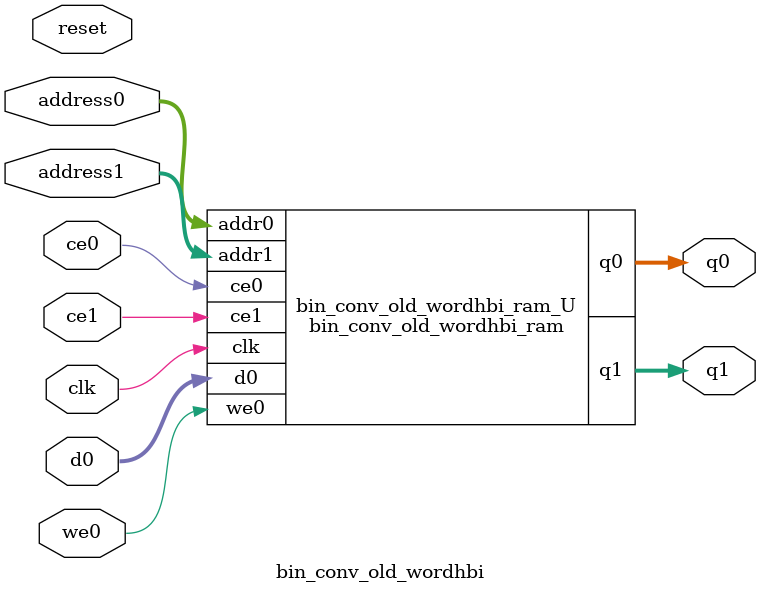
<source format=v>
`timescale 1 ns / 1 ps
module bin_conv_old_wordhbi_ram (addr0, ce0, d0, we0, q0, addr1, ce1, q1,  clk);

parameter DWIDTH = 2;
parameter AWIDTH = 8;
parameter MEM_SIZE = 160;

input[AWIDTH-1:0] addr0;
input ce0;
input[DWIDTH-1:0] d0;
input we0;
output reg[DWIDTH-1:0] q0;
input[AWIDTH-1:0] addr1;
input ce1;
output reg[DWIDTH-1:0] q1;
input clk;

(* ram_style = "distributed" *)reg [DWIDTH-1:0] ram[0:MEM_SIZE-1];




always @(posedge clk)  
begin 
    if (ce0) 
    begin
        if (we0) 
        begin 
            ram[addr0] <= d0; 
        end 
        q0 <= ram[addr0];
    end
end


always @(posedge clk)  
begin 
    if (ce1) 
    begin
        q1 <= ram[addr1];
    end
end


endmodule

`timescale 1 ns / 1 ps
module bin_conv_old_wordhbi(
    reset,
    clk,
    address0,
    ce0,
    we0,
    d0,
    q0,
    address1,
    ce1,
    q1);

parameter DataWidth = 32'd2;
parameter AddressRange = 32'd160;
parameter AddressWidth = 32'd8;
input reset;
input clk;
input[AddressWidth - 1:0] address0;
input ce0;
input we0;
input[DataWidth - 1:0] d0;
output[DataWidth - 1:0] q0;
input[AddressWidth - 1:0] address1;
input ce1;
output[DataWidth - 1:0] q1;



bin_conv_old_wordhbi_ram bin_conv_old_wordhbi_ram_U(
    .clk( clk ),
    .addr0( address0 ),
    .ce0( ce0 ),
    .we0( we0 ),
    .d0( d0 ),
    .q0( q0 ),
    .addr1( address1 ),
    .ce1( ce1 ),
    .q1( q1 ));

endmodule


</source>
